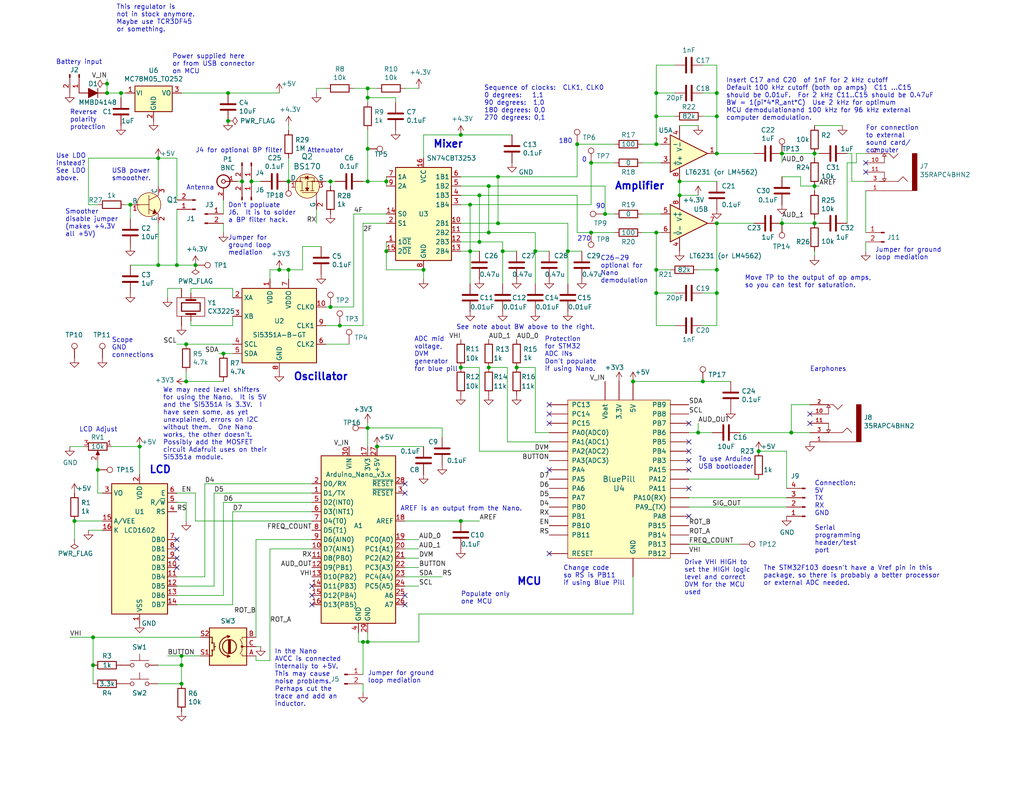
<source format=kicad_sch>
(kicad_sch (version 20211123) (generator eeschema)
  (paper "A")
  (title_block (title "muSDRx Receiver") (date "2021-03-08") (rev "0.11") (company "Rob Frohne, KL7NA") (comment 1 "After µSDX: thanks to Guido, PE1NNZ"))
  (junction (at 128.27 55.88))
  (junction (at 137.16 68.58))
  (junction (at 102.87 121.92))
  (junction (at 92.71 88.9))
  (junction (at 179.07 63.5))
  (junction (at 105.41 68.58))
  (junction (at 100.33 24.13))
  (junction (at 66.04 49.53))
  (junction (at 100.33 26.67))
  (junction (at 43.18 72.39))
  (junction (at 185.42 53.34))
  (junction (at 195.58 25.4))
  (junction (at 62.23 25.4))
  (junction (at 29.21 25.4))
  (junction (at 99.06 175.26))
  (junction (at 179.07 25.4))
  (junction (at 100.33 116.84))
  (junction (at 53.34 72.39))
  (junction (at 161.29 63.5))
  (junction (at 105.41 49.53))
  (junction (at 90.17 83.82))
  (junction (at 20.32 142.24))
  (junction (at 49.53 186.69))
  (junction (at 25.4 181.61))
  (junction (at 161.29 44.45))
  (junction (at 190.5 118.11))
  (junction (at 179.07 39.37))
  (junction (at 185.42 49.53))
  (junction (at 76.2 73.66))
  (junction (at 179.07 80.01))
  (junction (at 133.35 50.8))
  (junction (at 50.8 93.98))
  (junction (at 78.74 73.66))
  (junction (at 125.73 36.83))
  (junction (at 135.89 60.96))
  (junction (at 130.81 53.34))
  (junction (at 195.58 60.96))
  (junction (at 68.58 49.53))
  (junction (at 50.8 104.14))
  (junction (at 195.58 73.66))
  (junction (at 157.48 39.37))
  (junction (at 133.35 100.33))
  (junction (at 133.35 63.5))
  (junction (at 128.27 68.58))
  (junction (at 195.58 80.01))
  (junction (at 207.01 123.19))
  (junction (at 165.1 58.42))
  (junction (at 213.36 41.91))
  (junction (at 222.25 60.96))
  (junction (at 115.57 73.66))
  (junction (at 100.33 175.26))
  (junction (at 25.4 173.99))
  (junction (at 49.53 179.07))
  (junction (at 140.97 100.33))
  (junction (at 191.77 104.14))
  (junction (at 60.96 96.52))
  (junction (at 213.36 60.96))
  (junction (at 179.07 73.66))
  (junction (at 62.23 33.02))
  (junction (at 43.18 43.18))
  (junction (at 33.02 25.4))
  (junction (at 49.53 181.61))
  (junction (at 125.73 100.33))
  (junction (at 195.58 41.91))
  (junction (at 215.9 118.11))
  (junction (at 29.21 22.86))
  (junction (at 135.89 48.26))
  (junction (at 90.17 49.53))
  (junction (at 48.26 72.39))
  (junction (at 38.1 121.92))
  (junction (at 26.67 128.27))
  (junction (at 125.73 142.24))
  (junction (at 195.58 31.75))
  (junction (at 222.25 50.8))
  (junction (at 35.56 55.88))
  (junction (at 130.81 66.04))
  (junction (at 179.07 31.75))
  (junction (at 154.94 68.58))
  (junction (at 100.33 40.64))
  (junction (at 222.25 41.91))
  (junction (at 78.74 49.53))
  (junction (at 172.72 104.14))
  (junction (at 100.33 49.53))
  (junction (at 146.05 68.58))
  (no_connect (at 48.26 149.86))
  (no_connect (at 187.96 123.19))
  (no_connect (at 149.86 151.13))
  (no_connect (at 187.96 140.97))
  (no_connect (at 236.22 46.99))
  (no_connect (at 110.49 162.56))
  (no_connect (at 110.49 165.1))
  (no_connect (at 85.09 165.1))
  (no_connect (at 187.96 128.27))
  (no_connect (at 220.98 115.57))
  (no_connect (at 149.86 113.03))
  (no_connect (at 149.86 110.49))
  (no_connect (at 149.86 128.27))
  (no_connect (at 187.96 120.65))
  (no_connect (at 48.26 147.32))
  (no_connect (at 48.26 154.94))
  (no_connect (at 220.98 113.03))
  (no_connect (at 85.09 160.02))
  (no_connect (at 149.86 115.57))
  (no_connect (at 236.22 44.45))
  (no_connect (at 110.49 132.08))
  (no_connect (at 85.09 162.56))
  (no_connect (at 187.96 133.35))
  (no_connect (at 48.26 152.4))
  (no_connect (at 110.49 134.62))
  (no_connect (at 187.96 115.57))
  (no_connect (at 187.96 125.73))
  (wire (pts (xy 97.79 172.72) (xy 97.79 175.26)))
  (wire (pts (xy 78.74 73.66) (xy 76.2 73.66)))
  (wire (pts (xy 185.42 49.53) (xy 185.42 53.34)))
  (wire (pts (xy 130.81 53.34) (xy 125.73 53.34)))
  (wire (pts (xy 222.25 52.07) (xy 222.25 50.8)))
  (wire (pts (xy 86.36 24.13) (xy 86.36 25.4)))
  (wire (pts (xy 73.66 73.66) (xy 76.2 73.66)))
  (wire (pts (xy 27.94 142.24) (xy 20.32 142.24)))
  (wire (pts (xy 92.71 88.9) (xy 99.06 88.9)))
  (wire (pts (xy 26.67 55.88) (xy 24.13 55.88)))
  (wire (pts (xy 191.77 88.9) (xy 195.58 88.9)))
  (wire (pts (xy 24.13 43.18) (xy 43.18 43.18)))
  (wire (pts (xy 185.42 34.29) (xy 190.5 34.29)))
  (wire (pts (xy 201.93 118.11) (xy 215.9 118.11)))
  (wire (pts (xy 52.07 87.63) (xy 52.07 88.9)))
  (wire (pts (xy 48.26 57.15) (xy 48.26 72.39)))
  (wire (pts (xy 27.94 144.78) (xy 24.13 144.78)))
  (wire (pts (xy 161.29 55.88) (xy 161.29 44.45)))
  (wire (pts (xy 49.53 25.4) (xy 62.23 25.4)))
  (wire (pts (xy 191.77 25.4) (xy 195.58 25.4)))
  (wire (pts (xy 45.72 179.07) (xy 49.53 179.07)))
  (wire (pts (xy 137.16 68.58) (xy 140.97 68.58)))
  (wire (pts (xy 35.56 55.88) (xy 34.29 55.88)))
  (wire (pts (xy 115.57 36.83) (xy 125.73 36.83)))
  (wire (pts (xy 48.26 72.39) (xy 53.34 72.39)))
  (wire (pts (xy 73.66 73.66) (xy 73.66 76.2)))
  (wire (pts (xy 157.48 63.5) (xy 161.29 63.5)))
  (wire (pts (xy 19.05 173.99) (xy 25.4 173.99)))
  (wire (pts (xy 48.26 157.48) (xy 55.88 157.48)))
  (wire (pts (xy 73.66 149.86) (xy 85.09 149.86)))
  (wire (pts (xy 33.02 25.4) (xy 29.21 25.4)))
  (wire (pts (xy 73.66 149.86) (xy 73.66 180.34)))
  (wire (pts (xy 60.96 96.52) (xy 63.5 96.52)))
  (wire (pts (xy 161.29 63.5) (xy 167.64 63.5)))
  (wire (pts (xy 63.5 78.74) (xy 63.5 81.28)))
  (wire (pts (xy 27.94 134.62) (xy 26.67 134.62)))
  (wire (pts (xy 146.05 68.58) (xy 149.86 68.58)))
  (wire (pts (xy 100.33 35.56) (xy 100.33 40.64)))
  (wire (pts (xy 231.14 41.91) (xy 232.41 41.91)))
  (wire (pts (xy 190.5 118.11) (xy 194.31 118.11)))
  (wire (pts (xy 114.3 167.64) (xy 172.72 167.64)))
  (wire (pts (xy 62.23 25.4) (xy 76.2 25.4)))
  (wire (pts (xy 29.21 22.86) (xy 29.21 25.4)))
  (wire (pts (xy 48.26 160.02) (xy 58.42 160.02)))
  (wire (pts (xy 100.33 40.64) (xy 100.33 49.53)))
  (wire (pts (xy 90.17 83.82) (xy 96.52 83.82)))
  (wire (pts (xy 43.18 72.39) (xy 48.26 72.39)))
  (wire (pts (xy 137.16 77.47) (xy 137.16 68.58)))
  (wire (pts (xy 233.68 44.45) (xy 233.68 41.91)))
  (wire (pts (xy 60.96 137.16) (xy 85.09 137.16)))
  (wire (pts (xy 53.34 134.62) (xy 48.26 134.62)))
  (wire (pts (xy 99.06 60.96) (xy 105.41 60.96)))
  (wire (pts (xy 195.58 80.01) (xy 195.58 88.9)))
  (wire (pts (xy 114.3 149.86) (xy 110.49 149.86)))
  (wire (pts (xy 220.98 110.49) (xy 215.9 110.49)))
  (wire (pts (xy 213.36 44.45) (xy 213.36 41.91)))
  (wire (pts (xy 187.96 138.43) (xy 214.63 138.43)))
  (wire (pts (xy 99.06 175.26) (xy 99.06 184.15)))
  (wire (pts (xy 125.73 142.24) (xy 130.81 142.24)))
  (wire (pts (xy 184.15 25.4) (xy 179.07 25.4)))
  (wire (pts (xy 69.85 176.53) (xy 71.12 176.53)))
  (wire (pts (xy 195.58 60.96) (xy 205.74 60.96)))
  (wire (pts (xy 105.41 50.8) (xy 105.41 49.53)))
  (wire (pts (xy 99.06 186.69) (xy 99.06 189.23)))
  (wire (pts (xy 107.95 26.67) (xy 100.33 26.67)))
  (wire (pts (xy 100.33 49.53) (xy 105.41 49.53)))
  (wire (pts (xy 128.27 55.88) (xy 128.27 68.58)))
  (wire (pts (xy 25.4 181.61) (xy 25.4 186.69)))
  (wire (pts (xy 232.41 49.53) (xy 236.22 49.53)))
  (wire (pts (xy 88.9 93.98) (xy 95.25 93.98)))
  (wire (pts (xy 184.15 80.01) (xy 179.07 80.01)))
  (wire (pts (xy 133.35 100.33) (xy 138.43 100.33)))
  (wire (pts (xy 215.9 110.49) (xy 215.9 118.11)))
  (wire (pts (xy 222.25 41.91) (xy 223.52 41.91)))
  (wire (pts (xy 105.41 73.66) (xy 115.57 73.66)))
  (wire (pts (xy 100.33 116.84) (xy 100.33 121.92)))
  (wire (pts (xy 91.44 49.53) (xy 90.17 49.53)))
  (wire (pts (xy 222.25 41.91) (xy 222.25 43.18)))
  (wire (pts (xy 100.33 24.13) (xy 96.52 24.13)))
  (wire (pts (xy 125.73 100.33) (xy 130.81 100.33)))
  (wire (pts (xy 218.44 48.26) (xy 213.36 48.26)))
  (wire (pts (xy 137.16 68.58) (xy 137.16 66.04)))
  (wire (pts (xy 167.64 58.42) (xy 165.1 58.42)))
  (wire (pts (xy 135.89 60.96) (xy 135.89 48.26)))
  (wire (pts (xy 179.07 63.5) (xy 180.34 63.5)))
  (wire (pts (xy 146.05 63.5) (xy 146.05 68.58)))
  (wire (pts (xy 26.67 128.27) (xy 26.67 134.62)))
  (wire (pts (xy 59.69 96.52) (xy 60.96 96.52)))
  (wire (pts (xy 172.72 157.48) (xy 172.72 167.64)))
  (wire (pts (xy 165.1 58.42) (xy 165.1 50.8)))
  (wire (pts (xy 215.9 118.11) (xy 220.98 118.11)))
  (wire (pts (xy 135.89 48.26) (xy 125.73 48.26)))
  (wire (pts (xy 128.27 55.88) (xy 161.29 55.88)))
  (wire (pts (xy 190.5 53.34) (xy 185.42 53.34)))
  (wire (pts (xy 179.07 73.66) (xy 182.88 73.66)))
  (wire (pts (xy 180.34 39.37) (xy 179.07 39.37)))
  (wire (pts (xy 157.48 39.37) (xy 167.64 39.37)))
  (wire (pts (xy 50.8 101.6) (xy 50.8 104.14)))
  (wire (pts (xy 45.72 81.28) (xy 45.72 78.74)))
  (wire (pts (xy 52.07 88.9) (xy 63.5 88.9)))
  (wire (pts (xy 102.87 121.92) (xy 115.57 121.92)))
  (wire (pts (xy 86.36 60.96) (xy 86.36 57.15)))
  (wire (pts (xy 88.9 49.53) (xy 90.17 49.53)))
  (wire (pts (xy 187.96 148.59) (xy 201.93 148.59)))
  (wire (pts (xy 120.65 116.84) (xy 100.33 116.84)))
  (wire (pts (xy 120.65 119.38) (xy 120.65 116.84)))
  (wire (pts (xy 48.26 165.1) (xy 63.5 165.1)))
  (wire (pts (xy 48.26 162.56) (xy 60.96 162.56)))
  (wire (pts (xy 195.58 31.75) (xy 195.58 41.91)))
  (wire (pts (xy 146.05 68.58) (xy 146.05 77.47)))
  (wire (pts (xy 233.68 41.91) (xy 236.22 41.91)))
  (wire (pts (xy 24.13 43.18) (xy 24.13 55.88)))
  (wire (pts (xy 139.7 36.83) (xy 125.73 36.83)))
  (wire (pts (xy 130.81 66.04) (xy 130.81 53.34)))
  (wire (pts (xy 231.14 44.45) (xy 233.68 44.45)))
  (wire (pts (xy 54.61 179.07) (xy 49.53 179.07)))
  (wire (pts (xy 128.27 68.58) (xy 130.81 68.58)))
  (wire (pts (xy 218.44 50.8) (xy 218.44 48.26)))
  (wire (pts (xy 179.07 63.5) (xy 179.07 73.66)))
  (wire (pts (xy 114.3 175.26) (xy 114.3 167.64)))
  (wire (pts (xy 71.12 49.53) (xy 68.58 49.53)))
  (wire (pts (xy 236.22 52.07) (xy 236.22 63.5)))
  (wire (pts (xy 52.07 80.01) (xy 52.07 78.74)))
  (wire (pts (xy 33.02 26.67) (xy 33.02 25.4)))
  (wire (pts (xy 133.35 63.5) (xy 125.73 63.5)))
  (wire (pts (xy 100.33 27.94) (xy 100.33 26.67)))
  (wire (pts (xy 97.79 175.26) (xy 99.06 175.26)))
  (wire (pts (xy 179.07 17.78) (xy 184.15 17.78)))
  (wire (pts (xy 191.77 31.75) (xy 195.58 31.75)))
  (wire (pts (xy 63.5 139.7) (xy 85.09 139.7)))
  (wire (pts (xy 125.73 50.8) (xy 133.35 50.8)))
  (wire (pts (xy 175.26 63.5) (xy 179.07 63.5)))
  (wire (pts (xy 115.57 73.66) (xy 115.57 76.2)))
  (wire (pts (xy 214.63 135.89) (xy 187.96 135.89)))
  (wire (pts (xy 58.42 134.62) (xy 85.09 134.62)))
  (wire (pts (xy 138.43 100.33) (xy 138.43 120.65)))
  (wire (pts (xy 78.74 34.29) (xy 78.74 35.56)))
  (wire (pts (xy 222.25 59.69) (xy 222.25 60.96)))
  (wire (pts (xy 231.14 44.45) (xy 231.14 60.96)))
  (wire (pts (xy 55.88 157.48) (xy 55.88 132.08)))
  (wire (pts (xy 154.94 68.58) (xy 154.94 77.47)))
  (wire (pts (xy 114.3 160.02) (xy 110.49 160.02)))
  (wire (pts (xy 195.58 73.66) (xy 195.58 60.96)))
  (wire (pts (xy 232.41 41.91) (xy 232.41 49.53)))
  (wire (pts (xy 85.09 142.24) (xy 53.34 142.24)))
  (wire (pts (xy 35.56 72.39) (xy 43.18 72.39)))
  (wire (pts (xy 50.8 93.98) (xy 63.5 93.98)))
  (wire (pts (xy 52.07 78.74) (xy 63.5 78.74)))
  (wire (pts (xy 195.58 73.66) (xy 195.58 80.01)))
  (wire (pts (xy 157.48 53.34) (xy 157.48 63.5)))
  (wire (pts (xy 105.41 68.58) (xy 105.41 73.66)))
  (wire (pts (xy 69.85 147.32) (xy 85.09 147.32)))
  (wire (pts (xy 190.5 115.57) (xy 190.5 118.11)))
  (wire (pts (xy 179.07 39.37) (xy 179.07 31.75)))
  (wire (pts (xy 213.36 41.91) (xy 222.25 41.91)))
  (wire (pts (xy 223.52 60.96) (xy 222.25 60.96)))
  (wire (pts (xy 107.95 27.94) (xy 107.95 26.67)))
  (wire (pts (xy 100.33 175.26) (xy 114.3 175.26)))
  (wire (pts (xy 49.53 181.61) (xy 49.53 179.07)))
  (wire (pts (xy 25.4 173.99) (xy 25.4 181.61)))
  (wire (pts (xy 29.21 21.59) (xy 29.21 22.86)))
  (wire (pts (xy 82.55 73.66) (xy 82.55 67.31)))
  (wire (pts (xy 50.8 137.16) (xy 48.26 137.16)))
  (wire (pts (xy 135.89 60.96) (xy 154.94 60.96)))
  (wire (pts (xy 96.52 83.82) (xy 96.52 58.42)))
  (wire (pts (xy 82.55 67.31) (xy 87.63 67.31)))
  (wire (pts (xy 195.58 17.78) (xy 195.58 25.4)))
  (wire (pts (xy 133.35 63.5) (xy 146.05 63.5)))
  (wire (pts (xy 53.34 142.24) (xy 53.34 134.62)))
  (wire (pts (xy 38.1 129.54) (xy 38.1 121.92)))
  (wire (pts (xy 179.07 80.01) (xy 179.07 88.9)))
  (wire (pts (xy 195.58 17.78) (xy 191.77 17.78)))
  (wire (pts (xy 179.07 25.4) (xy 179.07 17.78)))
  (wire (pts (xy 187.96 118.11) (xy 190.5 118.11)))
  (wire (pts (xy 130.81 53.34) (xy 157.48 53.34)))
  (wire (pts (xy 73.66 180.34) (xy 69.85 180.34)))
  (wire (pts (xy 50.8 142.24) (xy 50.8 137.16)))
  (wire (pts (xy 100.33 26.67) (xy 100.33 24.13)))
  (wire (pts (xy 66.04 49.53) (xy 64.77 49.53)))
  (wire (pts (xy 58.42 160.02) (xy 58.42 134.62)))
  (wire (pts (xy 50.8 104.14) (xy 60.96 104.14)))
  (wire (pts (xy 54.61 173.99) (xy 25.4 173.99)))
  (wire (pts (xy 88.9 83.82) (xy 90.17 83.82)))
  (wire (pts (xy 78.74 76.2) (xy 78.74 73.66)))
  (wire (pts (xy 60.96 60.96) (xy 60.96 63.5)))
  (wire (pts (xy 26.67 125.73) (xy 26.67 128.27)))
  (wire (pts (xy 34.29 25.4) (xy 33.02 25.4)))
  (wire (pts (xy 213.36 59.69) (xy 213.36 60.96)))
  (wire (pts (xy 43.18 50.8) (xy 43.18 43.18)))
  (wire (pts (xy 96.52 58.42) (xy 105.41 58.42)))
  (wire (pts (xy 43.18 60.96) (xy 43.18 72.39)))
  (wire (pts (xy 222.25 50.8) (xy 223.52 50.8)))
  (wire (pts (xy 110.49 24.13) (xy 114.3 24.13)))
  (wire (pts (xy 19.05 121.92) (xy 22.86 121.92)))
  (wire (pts (xy 214.63 123.19) (xy 207.01 123.19)))
  (wire (pts (xy 90.17 49.53) (xy 90.17 50.8)))
  (wire (pts (xy 114.3 154.94) (xy 110.49 154.94)))
  (wire (pts (xy 105.41 66.04) (xy 105.41 68.58)))
  (wire (pts (xy 114.3 147.32) (xy 110.49 147.32)))
  (wire (pts (xy 195.58 25.4) (xy 195.58 31.75)))
  (wire (pts (xy 125.73 55.88) (xy 128.27 55.88)))
  (wire (pts (xy 99.06 49.53) (xy 100.33 49.53)))
  (wire (pts (xy 172.72 104.14) (xy 191.77 104.14)))
  (wire (pts (xy 69.85 173.99) (xy 69.85 147.32)))
  (wire (pts (xy 146.05 118.11) (xy 149.86 118.11)))
  (wire (pts (xy 100.33 175.26) (xy 100.33 172.72)))
  (wire (pts (xy 60.96 54.61) (xy 60.96 58.42)))
  (wire (pts (xy 110.49 157.48) (xy 120.65 157.48)))
  (wire (pts (xy 161.29 44.45) (xy 167.64 44.45)))
  (wire (pts (xy 110.49 142.24) (xy 125.73 142.24)))
  (wire (pts (xy 180.34 58.42) (xy 175.26 58.42)))
  (wire (pts (xy 99.06 88.9) (xy 99.06 60.96)))
  (wire (pts (xy 100.33 116.84) (xy 100.33 115.57)))
  (wire (pts (xy 179.07 88.9) (xy 184.15 88.9)))
  (wire (pts (xy 179.07 31.75) (xy 179.07 25.4)))
  (wire (pts (xy 99.06 175.26) (xy 100.33 175.26)))
  (wire (pts (xy 88.9 88.9) (xy 92.71 88.9)))
  (wire (pts (xy 48.26 43.18) (xy 43.18 43.18)))
  (wire (pts (xy 43.18 181.61) (xy 49.53 181.61)))
  (wire (pts (xy 35.56 55.88) (xy 35.56 59.69)))
  (wire (pts (xy 154.94 60.96) (xy 154.94 68.58)))
  (wire (pts (xy 207.01 130.81) (xy 187.96 130.81)))
  (wire (pts (xy 78.74 43.18) (xy 78.74 49.53)))
  (wire (pts (xy 63.5 88.9) (xy 63.5 86.36)))
  (wire (pts (xy 179.07 73.66) (xy 179.07 80.01)))
  (wire (pts (xy 30.48 121.92) (xy 38.1 121.92)))
  (wire (pts (xy 50.8 93.98) (xy 48.26 93.98)))
  (wire (pts (xy 115.57 43.18) (xy 115.57 36.83)))
  (wire (pts (xy 222.25 68.58) (xy 222.25 69.85)))
  (wire (pts (xy 60.96 162.56) (xy 60.96 137.16)))
  (wire (pts (xy 49.53 186.69) (xy 49.53 181.61)))
  (wire (pts (xy 179.07 31.75) (xy 184.15 31.75)))
  (wire (pts (xy 179.07 39.37) (xy 175.26 39.37)))
  (wire (pts (xy 102.87 24.13) (xy 100.33 24.13)))
  (wire (pts (xy 140.97 100.33) (xy 146.05 100.33)))
  (wire (pts (xy 20.32 147.32) (xy 20.32 142.24)))
  (wire (pts (xy 114.3 152.4) (xy 110.49 152.4)))
  (wire (pts (xy 180.34 44.45) (xy 175.26 44.45)))
  (wire (pts (xy 236.22 66.04) (xy 236.22 68.58)))
  (wire (pts (xy 55.88 132.08) (xy 85.09 132.08)))
  (wire (pts (xy 48.26 54.61) (xy 48.26 43.18)))
  (wire (pts (xy 146.05 100.33) (xy 146.05 118.11)))
  (wire (pts (xy 191.77 80.01) (xy 195.58 80.01)))
  (wire (pts (xy 157.48 48.26) (xy 135.89 48.26)))
  (wire (pts (xy 130.81 100.33) (xy 130.81 123.19)))
  (wire (pts (xy 45.72 78.74) (xy 49.53 78.74)))
  (wire (pts (xy 125.73 60.96) (xy 135.89 60.96)))
  (wire (pts (xy 125.73 66.04) (xy 130.81 66.04)))
  (wire (pts (xy 125.73 68.58) (xy 128.27 68.58)))
  (wire (pts (xy 133.35 50.8) (xy 133.35 63.5)))
  (wire (pts (xy 154.94 68.58) (xy 158.75 68.58)))
  (wire (pts (xy 49.53 186.69) (xy 43.18 186.69)))
  (wire (pts (xy 213.36 60.96) (xy 222.25 60.96)))
  (wire (pts (xy 78.74 73.66) (xy 82.55 73.66)))
  (wire (pts (xy 190.5 73.66) (xy 195.58 73.66)))
  (wire (pts (xy 63.5 165.1) (xy 63.5 139.7)))
  (wire (pts (xy 105.41 49.53) (xy 105.41 48.26)))
  (wire (pts (xy 157.48 48.26) (xy 157.48 39.37)))
  (wire (pts (xy 138.43 120.65) (xy 149.86 120.65)))
  (wire (pts (xy 222.25 50.8) (xy 218.44 50.8)))
  (wire (pts (xy 88.9 24.13) (xy 86.36 24.13)))
  (wire (pts (xy 165.1 50.8) (xy 133.35 50.8)))
  (wire (pts (xy 214.63 133.35) (xy 214.63 123.19)))
  (wire (pts (xy 191.77 104.14) (xy 199.39 104.14)))
  (wire (pts (xy 195.58 49.53) (xy 185.42 49.53)))
  (wire (pts (xy 128.27 68.58) (xy 128.27 77.47)))
  (wire (pts (xy 229.87 34.29) (xy 222.25 34.29)))
  (wire (pts (xy 69.85 180.34) (xy 69.85 179.07)))
  (wire (pts (xy 137.16 66.04) (xy 130.81 66.04)))
  (wire (pts (xy 130.81 123.19) (xy 149.86 123.19)))
  (wire (pts (xy 195.58 41.91) (xy 205.74 41.91)))
  (text "Power supplied here\nor from USB connector\non MCU" (at 46.99 20.32 0) (effects (font (size 1.27 1.27)) (justify left bottom)))
  (text "Jumper for ground \nloop mediation" (at 100.33 186.69 0) (effects (font (size 1.27 1.27)) (justify left bottom)))
  (text "Reverse\npolarity\nprotection" (at 19.05 35.56 0) (effects (font (size 1.27 1.27)) (justify left bottom)))
  (text "J4 for optional BP filter" (at 53.34 41.91 0) (effects (font (size 1.27 1.27)) (justify left bottom)))
  (text "Scope \nGND\nconnections" (at 30.48 97.79 0) (effects (font (size 1.27 1.27)) (justify left bottom)))
  (text "Earphones" (at 220.98 101.6 0) (effects (font (size 1.27 1.27)) (justify left bottom)))
  (text "0" (at 158.75 44.45 0) (effects (font (size 1.27 1.27)) (justify left bottom)))
  (text "ADC mid\nvoltage,\nDVM\ngenerator\nfor blue pill" (at 113.03 101.6 0) (effects (font (size 1.27 1.27)) (justify left bottom)))
  (text "180\n" (at 152.4 39.37 0) (effects (font (size 1.27 1.27)) (justify left bottom)))
  (text "Populate only\none MCU" (at 125.73 165.1 0) (effects (font (size 1.27 1.27)) (justify left bottom)))
  (text "Serial\nprogramming\nheader/test\nport" (at 222.25 151.13 0) (effects (font (size 1.27 1.27)) (justify left bottom)))
  (text "C26-29 \noptional for \nNano\ndemodulation" (at 163.83 77.47 0) (effects (font (size 1.27 1.27)) (justify left bottom)))
  (text "Attenuator" (at 83.82 41.91 0) (effects (font (size 1.27 1.27)) (justify left bottom)))
  (text "Don't popluate\nJ6.  It is to solder\na BP filter hack." (at 62.23 60.96 0) (effects (font (size 1.27 1.27)) (justify left bottom)))
  (text "Mixer" (at 118.11 40.64 0) (effects (font (size 2.0066 2.0066) (thickness 0.4013) bold) (justify left bottom)))
  (text "Battery input" (at 15.24 17.78 0) (effects (font (size 1.27 1.27)) (justify left bottom)))
  (text "Amplifier" (at 167.64 52.07 0) (effects (font (size 2.0066 2.0066) (thickness 0.4013) bold) (justify left bottom)))
  (text "270" (at 157.48 66.04 0) (effects (font (size 1.27 1.27)) (justify left bottom)))
  (text "Jumper for \nground loop \nmediation" (at 62.23 69.85 0) (effects (font (size 1.27 1.27)) (justify left bottom)))
  (text "USB power\nsmooother." (at 30.48 49.53 0) (effects (font (size 1.27 1.27)) (justify left bottom)))
  (text "Change code \nso RS is PB11 \nif using Blue Pill" (at 153.67 160.02 0) (effects (font (size 1.27 1.27)) (justify left bottom)))
  (text "Sequence of clocks:  CLK1, CLK0\n0 degrees:   1,1\n90 degrees:  1,0\n180 degrees: 0,0\n270 degrees: 0,1" (at 132.08 33.02 0) (effects (font (size 1.27 1.27)) (justify left bottom)))
  (text "Use LDO\ninstead?\nSee LDO\nabove." (at 15.24 49.53 0) (effects (font (size 1.27 1.27)) (justify left bottom)))
  (text "Antenna" (at 50.8 52.07 0) (effects (font (size 1.27 1.27)) (justify left bottom)))
  (text "For connection\nto external \nsound card/\ncomputer" (at 236.22 41.91 0) (effects (font (size 1.27 1.27)) (justify left bottom)))
  (text "See note about BW above to the right." (at 124.46 90.17 0) (effects (font (size 1.27 1.27)) (justify left bottom)))
  (text "Jumper for ground \nloop mediation" (at 238.76 71.12 0) (effects (font (size 1.27 1.27)) (justify left bottom)))
  (text "This regulator is\nnot in stock anymore.\nMaybe use TCR3DF45\nor something." (at 31.75 8.89 0) (effects (font (size 1.27 1.27)) (justify left bottom)))
  (text "Move TP to the output of op amps,\nso you can test for saturation." (at 203.2 78.74 0) (effects (font (size 1.27 1.27)) (justify left bottom)))
  (text "LCD" (at 40.64 129.54 0) (effects (font (size 2.0066 2.0066) (thickness 0.4013) bold) (justify left bottom)))
  (text "In the Nano\nAVCC is connected \ninternally to +5V.  \nThis may cause\nnoise problems.\nPerhaps cut the \ntrace and add an\ninductor." (at 74.93 193.04 0) (effects (font (size 1.27 1.27)) (justify left bottom)))
  (text "To use Arduino\nUSB bootloader" (at 190.5 128.27 0) (effects (font (size 1.27 1.27)) (justify left bottom)))
  (text "Smoother\ndisable jumper\n(makes +4.3V \nall +5V)" (at 17.78 64.77 0) (effects (font (size 1.27 1.27)) (justify left bottom)))
  (text "The STM32F103 doesn't have a Vref pin in this \npackage, so there is probably a better processor\nor external ADC needed." (at 208.28 160.02 0) (effects (font (size 1.27 1.27)) (justify left bottom)))
  (text "Protection\nfor STM32\nADC INs\nDon't populate \nif using Nano." (at 148.59 101.6 0) (effects (font (size 1.27 1.27)) (justify left bottom)))
  (text "AREF is an output from the Nano." (at 109.22 139.7 0) (effects (font (size 1.27 1.27)) (justify left bottom)))
  (text "Insert C17 and C20  of 1nF for 2 kHz cutoff\nDefault 100 kHz cutoff (both op amps)  C11 ...C15\nshould be 0.01uF.  For 2 kHz C11..C15 should be 0.47uF\nBW = 1(pi*4*R_ant*C)  Use 2 kHz for optimum \nMCU demodulationand 100 kHz for 96 kHz external\ncomputer demodulation." (at 198.12 33.02 0) (effects (font (size 1.27 1.27)) (justify left bottom)))
  (text "MCU" (at 140.97 160.02 0) (effects (font (size 2.0066 2.0066) (thickness 0.4013) bold) (justify left bottom)))
  (text "Oscillator" (at 80.01 104.14 0) (effects (font (size 2.0066 2.0066) (thickness 0.4013) bold) (justify left bottom)))
  (text "90" (at 162.56 57.15 0) (effects (font (size 1.27 1.27)) (justify left bottom)))
  (text "Drive VHI HIGH to \nset the HIGH logic\nlevel and correct\nDVM for the MCU\nused" (at 186.69 162.56 0) (effects (font (size 1.27 1.27)) (justify left bottom)))
  (text "We may need level shifters \nfor using the Nano.  It is 5V \nand the Si5351A is 3.3V.  I \nhave seen some, as yet \nunexplained, errors on I2C \nwithout them.  One Nano\nworks, the other doesn't.\nPossibly add the MOSFET\ncircuit Adafruit uses on their\nSi5351a module." (at 44.45 125.73 0) (effects (font (size 1.27 1.27)) (justify left bottom)))
  (text "LCD Adjust" (at 21.59 118.11 0) (effects (font (size 1.27 1.27)) (justify left bottom)))
  (text "Connection:\n5V\nTX\nRX\nGND" (at 222.25 140.97 0) (effects (font (size 1.27 1.27)) (justify left bottom)))
  (label "V_IN" (at 165.1 104.14 180))
  (label "SDA" (at 114.3 157.48 0))
  (label "V_IN" (at 95.25 121.92 180))
  (label "RX" (at 85.09 152.4 180))
  (label "AUD_1" (at 114.3 149.86 0))
  (label "D6" (at 60.96 137.16 0))
  (label "SDA" (at 59.69 96.52 180))
  (label "D6" (at 149.86 133.35 180))
  (label "EN" (at 149.86 143.51 180))
  (label "VHI" (at 19.05 173.99 0))
  (label "RS" (at 48.26 139.7 0))
  (label "D5" (at 149.86 135.89 180))
  (label "SCL" (at 187.96 113.03 0))
  (label "2F" (at 99.06 63.5 0))
  (label "SCL" (at 48.26 93.98 180))
  (label "FREQ_COUNT" (at 85.09 144.78 180))
  (label "BUTTON" (at 45.72 179.07 0))
  (label "RS" (at 149.86 146.05 180))
  (label "AUD_OUT" (at 85.09 154.94 180))
  (label "ROT_A" (at 187.96 146.05 0))
  (label "AUD_OUT" (at 190.5 115.57 0))
  (label "AUD_1" (at 133.35 92.71 0))
  (label "D7" (at 149.86 130.81 180))
  (label "VHI" (at 187.96 151.13 0))
  (label "VHI" (at 85.09 157.48 180))
  (label "V_IN" (at 29.21 21.59 180))
  (label "D5" (at 58.42 134.62 0))
  (label "VHI" (at 125.73 92.71 180))
  (label "EN" (at 49.53 134.62 0))
  (label "ROT_A" (at 73.66 170.18 0))
  (label "FREQ_COUNT" (at 187.96 148.59 0))
  (label "AUD_0" (at 213.36 44.45 0))
  (label "SCL" (at 114.3 160.02 0))
  (label "RX" (at 149.86 140.97 180))
  (label "AREF" (at 223.52 50.8 0))
  (label "DVM" (at 114.3 152.4 0))
  (label "4F" (at 96.52 58.42 0))
  (label "AUD_0" (at 114.3 147.32 0))
  (label "RX" (at 86.36 60.96 180))
  (label "SDA" (at 187.96 110.49 0))
  (label "AUD_0" (at 140.97 92.71 0))
  (label "SIG_OUT" (at 194.31 138.43 0))
  (label "DVM" (at 149.86 123.19 180))
  (label "ROT_B" (at 69.85 167.64 180))
  (label "D4" (at 149.86 138.43 180))
  (label "BUTTON" (at 114.3 154.94 0))
  (label "BUTTON" (at 149.86 125.73 180))
  (label "D4" (at 55.88 132.08 0))
  (label "AUD_1" (at 213.36 59.69 0))
  (label "RS" (at 120.65 157.48 0))
  (label "D7" (at 63.5 139.7 0))
  (label "ROT_B" (at 187.96 143.51 0))
  (label "AREF" (at 130.81 142.24 0))
  (symbol (lib_id "muSDRx-rescue:BNC-lt6231") (at 60.96 49.53 0) (mirror y) (unit 1)
    (property "Reference" "P1" (at 62.1284 43.4848 0))
    (property "Value" "BNC" (at 62.1284 45.7962 0))
    (property "Footprint" "Connectors_TE-Connectivity:BNC_Socket_TYCO-AMP_LargePads" (effects hide))
  )
  (symbol (lib_id "muSDRx-rescue:Conn_01x02_Male-Connector") (at 55.88 58.42 0) (unit 1)
    (property "Reference" "J3" (at 57.15 55.88 0))
    (property "Value" "Conn_01x02_Male" (effects hide))
    (property "Footprint" "Pin_Headers:Pin_Header_Straight_1x02_Pitch2.54mm" (effects hide))
  )
  (symbol (lib_id "power:GND") (at 60.96 63.5 0) (unit 1)
    (property "Reference" "#PWR020" (effects hide))
    (property "Value" "GND" (effects hide))
  )
  (symbol (lib_id "Device:C") (at 95.25 49.53 270) (unit 1)
    (property "Reference" "C6" (at 95.25 43.1292 90))
    (property "Value" "0.1uF" (at 95.25 45.4406 90))
    (property "Footprint" "Capacitors_SMD:C_0805" (effects hide))
  )
  (symbol (lib_id "Analog_Switch:SN74CBT3253") (at 115.57 58.42 0) (unit 1)
    (property "Reference" "U3" (at 115.57 58.42 0))
    (property "Value" "SN74CBT3253" (at 123.19 43.18 0))
    (property "Footprint" "Housings_SOIC:SOIC-16_3.9x9.9mm_Pitch1.27mm" (effects hide))
    (property "Datasheet" "http://www.ti.com/lit/gpn/sn74cbt3253" (effects hide))
  )
  (symbol (lib_id "power:GND") (at 115.57 76.2 0) (unit 1)
    (property "Reference" "#PWR031" (effects hide))
    (property "Value" "GND" (effects hide))
  )
  (symbol (lib_id "Oscillator:Si5351A-B-GT") (at 76.2 88.9 0) (unit 1)
    (property "Reference" "U2" (at 76.2 87.63 0))
    (property "Value" "Si5351A-B-GT" (at 76.2 91.44 0))
    (property "Footprint" "Housings_SSOP:MSOP-10_3x3mm_Pitch0.5mm" (effects hide))
    (property "Datasheet" "https://www.silabs.com/documents/public/data-sheets/Si5351-B.pdf" (effects hide))
  )
  (symbol (lib_id "power:+3.3V") (at 76.2 73.66 0) (unit 1)
    (property "Reference" "#PWR021" (effects hide))
    (property "Value" "+3.3V" (at 76.581 69.2658 0))
  )
  (symbol (lib_id "power:GND") (at 76.2 101.6 0) (unit 1)
    (property "Reference" "#PWR022" (effects hide))
    (property "Value" "GND" (effects hide))
  )
  (symbol (lib_id "power:GND") (at 45.72 81.28 0) (unit 1)
    (property "Reference" "#PWR013" (effects hide))
    (property "Value" "GND" (effects hide))
  )
  (symbol (lib_id "power:GND") (at 49.53 88.9 0) (unit 1)
    (property "Reference" "#PWR015" (effects hide))
    (property "Value" "GND" (effects hide))
  )
  (symbol (lib_id "muSDRx-rescue:LT6231-lt6231") (at 187.96 41.91 0) (mirror x) (unit 1)
    (property "Reference" "U5" (at 181.61 35.56 0))
    (property "Value" "LT6231 (or LM4562)" (at 196.85 46.99 0))
    (property "Footprint" "Housings_SOIC:SOIC-8_3.9x4.9mm_Pitch1.27mm" (effects hide))
    (property "Datasheet" "https://www.analog.com/en/products/lt6231.html" (effects hide))
  )
  (symbol (lib_id "muSDRx-rescue:LT6231-lt6231") (at 187.96 60.96 0) (unit 2)
    (property "Reference" "U5" (at 189.23 57.15 0) (effects (justify left)))
    (property "Value" "LT6231 (or LM4562)" (at 187.96 69.85 0) (effects (justify left)))
    (property "Footprint" "Housings_SOIC:SOIC-8_3.9x4.9mm_Pitch1.27mm" (effects hide))
    (property "Datasheet" "https://www.analog.com/en/products/lt6231.html" (effects hide))
  )
  (symbol (lib_id "Device:R") (at 100.33 31.75 0) (unit 1)
    (property "Reference" "R9" (at 102.108 30.5816 0) (effects (justify left)))
    (property "Value" "1k" (at 102.108 32.893 0) (effects (justify left)))
    (property "Footprint" "Resistors_SMD:R_0805" (effects hide))
  )
  (symbol (lib_id "Device:R") (at 92.71 24.13 270) (unit 1)
    (property "Reference" "R8" (at 92.71 18.8722 90))
    (property "Value" "10k" (at 92.71 21.1836 90))
    (property "Footprint" "Resistors_SMD:R_0805" (effects hide))
  )
  (symbol (lib_id "Device:R") (at 106.68 24.13 270) (unit 1)
    (property "Reference" "R10" (at 106.68 18.8722 90))
    (property "Value" "10k" (at 106.68 21.1836 90))
    (property "Footprint" "Resistors_SMD:R_0805" (effects hide))
  )
  (symbol (lib_id "Device:C") (at 107.95 31.75 0) (unit 1)
    (property "Reference" "C7" (at 110.871 30.5816 0) (effects (justify left)))
    (property "Value" "0.1uF" (at 110.871 32.893 0) (effects (justify left)))
    (property "Footprint" "Capacitors_SMD:C_0805" (effects hide))
  )
  (symbol (lib_id "muSDRx-rescue:+4.3V-lt6231") (at 114.3 24.13 0) (unit 1)
    (property "Reference" "#PWR030" (effects hide))
    (property "Value" "+4.3V" (at 114.681 19.7358 0))
  )
  (symbol (lib_id "power:GND") (at 86.36 25.4 0) (unit 1)
    (property "Reference" "#PWR024" (effects hide))
    (property "Value" "GND" (effects hide))
  )
  (symbol (lib_id "power:GND") (at 107.95 35.56 0) (unit 1)
    (property "Reference" "#PWR029" (effects hide))
    (property "Value" "GND" (effects hide))
  )
  (symbol (lib_id "Device:C") (at 128.27 81.28 0) (unit 1)
    (property "Reference" "C11" (at 130.81 81.28 0) (effects (justify left)))
    (property "Value" "0.01uF" (at 128.27 83.82 0) (effects (justify left)))
    (property "Footprint" "Capacitors_SMD:C_0805" (effects hide))
  )
  (symbol (lib_id "power:GND") (at 128.27 85.09 0) (unit 1)
    (property "Reference" "#PWR039" (effects hide))
    (property "Value" "GND" (effects hide))
  )
  (symbol (lib_id "Device:C") (at 137.16 81.28 0) (unit 1)
    (property "Reference" "C12" (at 139.7 81.28 0) (effects (justify left)))
    (property "Value" "0.01uF" (at 137.16 83.82 0) (effects (justify left)))
    (property "Footprint" "Capacitors_SMD:C_0805" (effects hide))
  )
  (symbol (lib_id "power:GND") (at 137.16 85.09 0) (unit 1)
    (property "Reference" "#PWR043" (effects hide))
    (property "Value" "GND" (effects hide))
  )
  (symbol (lib_id "Device:C") (at 146.05 81.28 0) (unit 1)
    (property "Reference" "C14" (at 148.59 81.28 0) (effects (justify left)))
    (property "Value" "0.01uF" (at 146.05 83.82 0) (effects (justify left)))
    (property "Footprint" "Capacitors_SMD:C_0805" (effects hide))
  )
  (symbol (lib_id "power:GND") (at 146.05 85.09 0) (unit 1)
    (property "Reference" "#PWR045" (effects hide))
    (property "Value" "GND" (effects hide))
  )
  (symbol (lib_id "Device:C") (at 154.94 81.28 0) (unit 1)
    (property "Reference" "C15" (at 157.48 81.28 0) (effects (justify left)))
    (property "Value" "0.01uF" (at 154.94 83.82 0) (effects (justify left)))
    (property "Footprint" "Capacitors_SMD:C_0805" (effects hide))
  )
  (symbol (lib_id "power:GND") (at 154.94 85.09 0) (unit 1)
    (property "Reference" "#PWR046" (effects hide))
    (property "Value" "GND" (effects hide))
  )
  (symbol (lib_id "Device:R") (at 187.96 31.75 270) (unit 1)
    (property "Reference" "R22" (at 187.96 29.21 90))
    (property "Value" "82k" (at 187.96 31.75 90))
    (property "Footprint" "Resistors_SMD:R_0805" (effects hide))
  )
  (symbol (lib_id "Device:C") (at 187.96 17.78 270) (unit 1)
    (property "Reference" "C17" (at 191.77 16.51 90))
    (property "Value" "1nF" (at 187.96 13.6906 90))
    (property "Footprint" "Capacitor_SMD:C_0805_2012Metric" (effects hide))
  )
  (symbol (lib_id "power:GND") (at 190.5 34.29 0) (unit 1)
    (property "Reference" "#PWR052" (effects hide))
    (property "Value" "GND" (effects hide))
  )
  (symbol (lib_id "power:GND") (at 185.42 68.58 0) (unit 1)
    (property "Reference" "#PWR051" (effects hide))
    (property "Value" "GND" (effects hide))
  )
  (symbol (lib_id "Device:R") (at 171.45 39.37 270) (unit 1)
    (property "Reference" "R17" (at 171.45 36.83 90))
    (property "Value" "100" (at 171.45 39.37 90))
    (property "Footprint" "Resistors_SMD:R_0805" (effects hide))
  )
  (symbol (lib_id "Device:R") (at 171.45 44.45 270) (unit 1)
    (property "Reference" "R18" (at 171.45 46.99 90))
    (property "Value" "0" (at 171.45 44.45 90))
    (property "Footprint" "Resistors_SMD:R_0805" (effects hide))
  )
  (symbol (lib_id "Device:R") (at 171.45 58.42 270) (unit 1)
    (property "Reference" "R19" (at 171.45 55.88 90))
    (property "Value" "0" (at 171.45 58.42 90))
    (property "Footprint" "Resistors_SMD:R_0805" (effects hide))
  )
  (symbol (lib_id "Device:R") (at 171.45 63.5 270) (unit 1)
    (property "Reference" "R20" (at 171.45 66.04 90))
    (property "Value" "100" (at 171.45 63.5 90))
    (property "Footprint" "Resistors_SMD:R_0805" (effects hide))
  )
  (symbol (lib_id "Device:R") (at 186.69 73.66 270) (mirror x) (unit 1)
    (property "Reference" "R21" (at 181.61 74.93 90))
    (property "Value" "82k" (at 186.69 73.66 90))
    (property "Footprint" "Resistors_SMD:R_0805" (effects hide))
  )
  (symbol (lib_id "Device:C") (at 187.96 88.9 270) (mirror x) (unit 1)
    (property "Reference" "C20" (at 191.77 90.17 90))
    (property "Value" "1nF" (at 187.96 92.71 90))
    (property "Footprint" "Capacitor_SMD:C_0805_2012Metric" (effects hide))
  )
  (symbol (lib_id "Device:C") (at 209.55 41.91 270) (unit 1)
    (property "Reference" "C22" (at 209.55 35.5092 90))
    (property "Value" "1uF" (at 209.55 37.8206 90))
    (property "Footprint" "Capacitors_SMD:C_0805" (effects hide))
  )
  (symbol (lib_id "Device:C") (at 209.55 60.96 270) (unit 1)
    (property "Reference" "C23" (at 205.74 62.23 90))
    (property "Value" "1uF" (at 209.55 64.77 90))
    (property "Footprint" "Capacitors_SMD:C_0805" (effects hide))
  )
  (symbol (lib_id "power:GND") (at 41.91 33.02 0) (unit 1)
    (property "Reference" "#PWR04" (effects hide))
    (property "Value" "GND" (effects hide))
  )
  (symbol (lib_id "muSDRx-rescue:Conn_01x02_Male-Connector") (at 93.98 184.15 0) (unit 1)
    (property "Reference" "J5" (at 91.44 185.42 0))
    (property "Value" "Conn_01x02_Male" (effects hide))
    (property "Footprint" "Pin_Headers:Pin_Header_Straight_1x02_Pitch2.54mm" (effects hide))
  )
  (symbol (lib_id "power:GND") (at 99.06 189.23 0) (unit 1)
    (property "Reference" "#PWR026" (effects hide))
    (property "Value" "GND" (effects hide))
  )
  (symbol (lib_id "power:GND") (at 50.8 142.24 0) (unit 1)
    (property "Reference" "#PWR017" (effects hide))
    (property "Value" "GND" (effects hide))
  )
  (symbol (lib_id "power:GND") (at 38.1 170.18 0) (unit 1)
    (property "Reference" "#PWR011" (effects hide))
    (property "Value" "GND" (at 40.64 170.18 0))
  )
  (symbol (lib_id "power:GND") (at 24.13 144.78 0) (unit 1)
    (property "Reference" "#PWR06" (effects hide))
    (property "Value" "GND" (effects hide))
  )
  (symbol (lib_id "Device:R") (at 20.32 138.43 0) (unit 1)
    (property "Reference" "R1" (at 22.098 137.2616 0) (effects (justify left)))
    (property "Value" "1k" (at 22.098 139.573 0) (effects (justify left)))
    (property "Footprint" "Resistors_SMD:R_0805" (effects hide))
  )
  (symbol (lib_id "muSDRx-rescue:MMBT2222A-TP-dk_Transistors-Bipolar-BJT-Single-muSDR-rescue") (at 40.64 55.88 0) (unit 1)
    (property "Reference" "Q1" (at 45.4152 54.5338 0) (effects (font (size 1.524 1.524)) (justify left)))
    (property "Value" "MMBT2222A-TP" (effects hide))
    (property "Footprint" "digikey-footprints:SOT-23-3" (effects hide))
    (property "Datasheet" "http://www.mccsemi.com/up_pdf/MMBT2222A(SOT-23).pdf" (effects hide))
    (property "Digi-Key_PN" "MMBT2222ATPMSCT-ND" (effects hide))
    (property "MPN" "MMBT2222A-TP" (effects hide))
    (property "Category" "Discrete Semiconductor Products" (effects hide))
    (property "Family" "Transistors - Bipolar (BJT) - Single" (effects hide))
    (property "DK_Datasheet_Link" "http://www.mccsemi.com/up_pdf/MMBT2222A(SOT-23).pdf" (effects hide))
    (property "DK_Detail_Page" "/product-detail/en/micro-commercial-co/MMBT2222A-TP/MMBT2222ATPMSCT-ND/717394" (effects hide))
    (property "Description" "TRANS NPN 40V 0.6A SOT23" (effects hide))
    (property "Manufacturer" "Micro Commercial Co" (effects hide))
    (property "Status" "Active" (effects hide))
  )
  (symbol (lib_id "power:+5V") (at 43.18 43.18 0) (unit 1)
    (property "Reference" "#PWR012" (effects hide))
    (property "Value" "+5V" (at 45.72 41.91 0))
  )
  (symbol (lib_id "Device:C") (at 33.02 30.48 0) (unit 1)
    (property "Reference" "C1" (at 27.94 30.48 0) (effects (justify left)))
    (property "Value" "1uF" (at 33.02 33.02 0) (effects (justify left)))
    (property "Footprint" "Capacitors_SMD:C_0805" (effects hide))
  )
  (symbol (lib_id "power:GND") (at 33.02 34.29 0) (unit 1)
    (property "Reference" "#PWR01" (effects hide))
    (property "Value" "GND" (effects hide))
  )
  (symbol (lib_id "muSDRx-rescue:+4.3V-lt6231") (at 53.34 72.39 0) (unit 1)
    (property "Reference" "#PWR014" (effects hide))
    (property "Value" "+4.3V" (at 53.721 67.9958 0))
  )
  (symbol (lib_id "power:+5V") (at 102.87 121.92 0) (unit 1)
    (property "Reference" "#PWR028" (effects hide))
    (property "Value" "+5V" (at 105.41 119.38 0))
  )
  (symbol (lib_id "power:+3.3V") (at 100.33 115.57 0) (unit 1)
    (property "Reference" "#PWR027" (effects hide))
    (property "Value" "+3.3V" (at 99.06 111.76 0))
  )
  (symbol (lib_id "power:+5V") (at 38.1 121.92 0) (unit 1)
    (property "Reference" "#PWR010" (effects hide))
    (property "Value" "+5V" (at 40.64 120.65 0))
  )
  (symbol (lib_id "power:GND") (at 19.05 121.92 0) (unit 1)
    (property "Reference" "#PWR02" (effects hide))
    (property "Value" "GND" (at 19.177 126.3142 0))
  )
  (symbol (lib_id "power:+5V") (at 20.32 134.62 0) (unit 1)
    (property "Reference" "#PWR03" (effects hide))
    (property "Value" "+5V" (at 22.86 133.35 0))
  )
  (symbol (lib_id "Device:R_POT") (at 26.67 121.92 270) (unit 1)
    (property "Reference" "RV1" (at 26.67 119.38 90))
    (property "Value" "10k" (at 26.67 121.92 90))
    (property "Footprint" "Potentiometers:Potentiometer_Trimmer_ACP_CA6h_Vertical" (effects hide))
  )
  (symbol (lib_id "power:+5V") (at 76.2 25.4 0) (unit 1)
    (property "Reference" "#PWR05" (effects hide))
    (property "Value" "+5V" (at 78.74 22.86 0))
  )
  (symbol (lib_id "muSDRx-rescue:Conn_01x02_Male-Connector") (at 53.34 57.15 180) (unit 1)
    (property "Reference" "J1" (at 52.07 59.69 0))
    (property "Value" "Conn_01x02_Male" (effects hide))
    (property "Footprint" "Pin_Headers:Pin_Header_Straight_1x02_Pitch2.54mm" (effects hide))
  )
  (symbol (lib_id "Display_Character:LCD1602") (at 38.1 149.86 0) (mirror y) (unit 1)
    (property "Reference" "U1" (at 38.1 139.7 0))
    (property "Value" "LCD1602" (at 38.1 144.78 0))
    (property "Footprint" "Pin_Headers:Pin_Header_Straight_1x16_Pitch2.54mm" (effects hide))
    (property "Datasheet" "http://www.vishay.com/docs/37299/37299.pdf" (effects hide))
  )
  (symbol (lib_id "muSDRx-rescue:+4.3V-lt6231") (at 125.73 36.83 0) (unit 1)
    (property "Reference" "#PWR036" (effects hide))
    (property "Value" "+4.3V" (at 126.111 32.4358 0))
  )
  (symbol (lib_id "Device:Rotary_Encoder_Switch") (at 62.23 176.53 180) (unit 1)
    (property "Reference" "SW3" (at 62.23 169.545 0))
    (property "Value" "Rotary_Encoder_Switch" (effects hide))
    (property "Footprint" "SMA:Rotary_Encoder_Switched_PEC11R" (effects hide))
    (property "Datasheet" "https://www.bourns.com/docs/product-datasheets/pec11r.pdf" (effects hide))
  )
  (symbol (lib_id "Regulator_Linear:MC78M05_TO252") (at 41.91 25.4 0) (unit 1)
    (property "Reference" "U6" (at 41.91 19.2532 0))
    (property "Value" "MC78M05_TO252" (at 41.91 21.5646 0))
    (property "Footprint" "TO_SOT_Packages_SMD:TO-252-2" (effects hide))
    (property "Datasheet" "https://www.onsemi.com/pdf/datasheet/mc7800-d.pdf" (effects hide))
  )
  (symbol (lib_id "muSDRx-rescue:Conn_01x02_Male-Connector") (at 241.3 63.5 0) (mirror y) (unit 1)
    (property "Reference" "J11" (at 243.84 64.77 0))
    (property "Value" "Conn_01x02_Male" (effects hide))
    (property "Footprint" "Pin_Headers:Pin_Header_Straight_1x02_Pitch2.54mm" (effects hide))
  )
  (symbol (lib_id "power:GND") (at 236.22 68.58 0) (mirror y) (unit 1)
    (property "Reference" "#PWR059" (effects hide))
    (property "Value" "GND" (effects hide))
  )
  (symbol (lib_id "Device:R") (at 60.96 100.33 0) (unit 1)
    (property "Reference" "R7" (at 62.738 99.1616 0) (effects (justify left)))
    (property "Value" "4.7k" (at 62.738 101.473 0) (effects (justify left)))
    (property "Footprint" "Resistors_SMD:R_0805" (effects hide))
  )
  (symbol (lib_id "Device:R") (at 50.8 97.79 0) (unit 1)
    (property "Reference" "R5" (at 52.578 96.6216 0) (effects (justify left)))
    (property "Value" "4.7k" (at 52.578 98.933 0) (effects (justify left)))
    (property "Footprint" "Resistors_SMD:R_0805" (effects hide))
  )
  (symbol (lib_id "power:+3.3V") (at 50.8 104.14 90) (unit 1)
    (property "Reference" "#PWR016" (effects hide))
    (property "Value" "+3.3V" (at 47.5488 103.759 90) (effects (justify left)))
  )
  (symbol (lib_id "Nano_MCU_Module:Arduino_Nano_v3.x") (at 97.79 147.32 0) (unit 1)
    (property "Reference" "A1" (at 97.79 143.51 0))
    (property "Value" "Arduino_Nano_v3.x" (at 97.79 129.54 0))
    (property "Footprint" "Modules:Arduino_Nano" (effects hide))
    (property "Datasheet" "http://www.mouser.com/pdfdocs/Gravitech_Arduino_Nano3_0.pdf" (effects hide))
  )
  (symbol (lib_id "Device:R") (at 29.21 181.61 270) (unit 1)
    (property "Reference" "R3" (at 29.21 179.07 90))
    (property "Value" "1k" (at 29.21 181.61 90))
    (property "Footprint" "Resistors_SMD:R_0805" (effects hide))
  )
  (symbol (lib_id "muSDRx-rescue:Conn_01x02_Male-Connector") (at 68.58 54.61 270) (mirror x) (unit 1)
    (property "Reference" "J6" (at 69.6976 51.8668 90) (effects (justify left)))
    (property "Value" "Conn_01x02_Male" (effects hide))
    (property "Footprint" "Pin_Headers:Pin_Header_Straight_1x02_Pitch2.54mm" (effects hide))
  )
  (symbol (lib_id "power:GND") (at 71.12 176.53 0) (unit 1)
    (property "Reference" "#PWR023" (effects hide))
    (property "Value" "GND" (effects hide))
  )
  (symbol (lib_id "Switch:SW_Push") (at 38.1 181.61 0) (unit 1)
    (property "Reference" "SW1" (at 38.1 176.7078 0))
    (property "Value" "SW_Push" (effects hide))
    (property "Footprint" "Buttons_Switches_THT:SW_PUSH_6mm_h4.3mm" (effects hide))
  )
  (symbol (lib_id "Device:R") (at 29.21 186.69 270) (unit 1)
    (property "Reference" "R4" (at 29.21 189.23 90))
    (property "Value" "3.3k" (at 29.21 186.69 90))
    (property "Footprint" "Resistors_SMD:R_0805" (effects hide))
  )
  (symbol (lib_id "Device:R") (at 49.53 190.5 180) (unit 1)
    (property "Reference" "R6" (at 51.308 189.3316 0) (effects (justify right)))
    (property "Value" "10k" (at 51.308 191.643 0) (effects (justify right)))
    (property "Footprint" "Resistors_SMD:R_0805" (effects hide))
  )
  (symbol (lib_id "power:GND") (at 49.53 194.31 0) (unit 1)
    (property "Reference" "#PWR019" (effects hide))
    (property "Value" "GND" (effects hide))
  )
  (symbol (lib_id "Switch:SW_Push") (at 38.1 186.69 0) (unit 1)
    (property "Reference" "SW2" (at 38.1 189.23 0))
    (property "Value" "SW_Push" (effects hide))
    (property "Footprint" "Buttons_Switches_THT:SW_PUSH_6mm_h4.3mm" (effects hide))
  )
  (symbol (lib_id "Device:C") (at 187.96 25.4 270) (unit 1)
    (property "Reference" "C18" (at 191.77 24.13 90))
    (property "Value" "20pF" (at 184.15 26.67 90))
    (property "Footprint" "Capacitors_SMD:C_0805" (effects hide))
  )
  (symbol (lib_id "Device:C") (at 187.96 80.01 270) (unit 1)
    (property "Reference" "C19" (at 191.77 78.74 90))
    (property "Value" "20pF" (at 184.15 81.28 90))
    (property "Footprint" "Capacitors_SMD:C_0805" (effects hide))
  )
  (symbol (lib_id "muSDRx-rescue:TestPoint-Connector") (at 213.36 41.91 0) (unit 1)
    (property "Reference" "TP13" (at 213.36 40.64 0) (effects (justify left)))
    (property "Value" "TestPoint" (effects hide))
    (property "Footprint" "Connectors:PINTST" (effects hide))
  )
  (symbol (lib_id "muSDRx-rescue:TestPoint-Connector") (at 213.36 60.96 180) (unit 1)
    (property "Reference" "TP14" (at 210.82 67.31 0) (effects (justify right)))
    (property "Value" "TestPoint" (effects hide))
    (property "Footprint" "Connectors:PINTST" (effects hide))
  )
  (symbol (lib_id "muSDRx-rescue:TestPoint-Connector") (at 157.48 39.37 0) (unit 1)
    (property "Reference" "TP6" (at 158.9532 37.5412 0) (effects (justify left)))
    (property "Value" "TestPoint" (effects hide))
    (property "Footprint" "Connectors:PINTST" (effects hide))
  )
  (symbol (lib_id "muSDRx-rescue:TestPoint-Connector") (at 161.29 44.45 0) (unit 1)
    (property "Reference" "TP7" (at 162.7632 42.6212 0) (effects (justify left)))
    (property "Value" "TestPoint" (effects hide))
    (property "Footprint" "Connectors:PINTST" (effects hide))
  )
  (symbol (lib_id "muSDRx-rescue:TestPoint-Connector") (at 165.1 58.42 90) (unit 1)
    (property "Reference" "TP9" (at 163.83 60.96 90))
    (property "Value" "TestPoint" (effects hide))
    (property "Footprint" "Connectors:PINTST" (effects hide))
  )
  (symbol (lib_id "muSDRx-rescue:TestPoint-Connector") (at 161.29 63.5 180) (unit 1)
    (property "Reference" "TP8" (at 162.7632 65.3288 0) (effects (justify right)))
    (property "Value" "TestPoint" (effects hide))
    (property "Footprint" "Connectors:PINTST" (effects hide))
  )
  (symbol (lib_id "muSDRx-rescue:TestPoint-Connector") (at 100.33 40.64 270) (unit 1)
    (property "Reference" "TP5" (at 102.1588 42.1132 90) (effects (justify left)))
    (property "Value" "TestPoint" (effects hide))
    (property "Footprint" "Connectors:PINTST" (effects hide))
  )
  (symbol (lib_id "muSDRx-rescue:TestPoint-Connector") (at 90.17 83.82 0) (unit 1)
    (property "Reference" "TP2" (at 91.6432 81.9912 0) (effects (justify left)))
    (property "Value" "TestPoint" (effects hide))
    (property "Footprint" "Connectors:PINTST" (effects hide))
  )
  (symbol (lib_id "muSDRx-rescue:TestPoint-Connector") (at 92.71 88.9 0) (unit 1)
    (property "Reference" "TP3" (at 94.1832 87.0712 0) (effects (justify left)))
    (property "Value" "TestPoint" (effects hide))
    (property "Footprint" "Connectors:PINTST" (effects hide))
  )
  (symbol (lib_id "muSDRx-rescue:TestPoint-Connector") (at 95.25 93.98 0) (unit 1)
    (property "Reference" "TP4" (at 96.7232 92.1512 0) (effects (justify left)))
    (property "Value" "TestPoint" (effects hide))
    (property "Footprint" "Connectors:PINTST" (effects hide))
  )
  (symbol (lib_id "muSDRx-rescue:Conn_01x02_Male-Connector") (at 68.58 44.45 270) (unit 1)
    (property "Reference" "J4" (at 69.6976 47.1932 90) (effects (justify left)))
    (property "Value" "Conn_01x02_Male" (effects hide))
    (property "Footprint" "Pin_Headers:Pin_Header_Straight_1x02_Pitch2.54mm" (effects hide))
  )
  (symbol (lib_id "muSDRx-rescue:TestPoint-Connector") (at 53.34 72.39 270) (unit 1)
    (property "Reference" "TP1" (at 58.42 72.39 90) (effects (justify left)))
    (property "Value" "TestPoint" (effects hide))
    (property "Footprint" "Connectors:PINTST" (effects hide))
  )
  (symbol (lib_id "muSDRx-rescue:TestPoint-Connector") (at 201.93 148.59 270) (unit 1)
    (property "Reference" "TP12" (at 207.01 148.59 90) (effects (justify left)))
    (property "Value" "TestPoint" (effects hide))
    (property "Footprint" "Connectors:PINTST" (effects hide))
  )
  (symbol (lib_id "Device:R") (at 207.01 127 0) (unit 1)
    (property "Reference" "R23" (at 201.93 123.19 0) (effects (justify left)))
    (property "Value" "1k" (at 208.28 128.27 0) (effects (justify left)))
    (property "Footprint" "Resistors_SMD:R_0805" (effects hide))
  )
  (symbol (lib_id "power:+5V") (at 207.01 123.19 0) (unit 1)
    (property "Reference" "#PWR055" (effects hide))
    (property "Value" "+5V" (at 209.55 121.92 0))
  )
  (symbol (lib_id "muSDRx-rescue:Conn_01x04_Male-Connector") (at 219.71 138.43 180) (unit 1)
    (property "Reference" "J9" (at 216.9668 129.9718 0))
    (property "Value" "Conn_01x04_Male" (effects hide))
    (property "Footprint" "Pin_Headers:Pin_Header_Straight_1x04_Pitch2.54mm" (effects hide))
  )
  (symbol (lib_id "power:GND") (at 214.63 140.97 0) (unit 1)
    (property "Reference" "#PWR057" (effects hide))
    (property "Value" "GND" (at 214.757 145.3642 0))
  )
  (symbol (lib_id "power:GND") (at 20.32 97.79 0) (unit 1)
    (property "Reference" "#PWR050" (effects hide))
    (property "Value" "GND" (effects hide))
  )
  (symbol (lib_id "muSDRx-rescue:TestPoint-Connector") (at 20.32 97.79 0) (unit 1)
    (property "Reference" "TP10" (at 17.78 91.44 0) (effects (justify left)))
    (property "Value" "TestPoint" (effects hide))
    (property "Footprint" "Connectors:PINTST" (effects hide))
  )
  (symbol (lib_id "power:GND") (at 27.94 97.79 0) (unit 1)
    (property "Reference" "#PWR054" (effects hide))
    (property "Value" "GND" (effects hide))
  )
  (symbol (lib_id "muSDRx-rescue:TestPoint-Connector") (at 27.94 97.79 0) (unit 1)
    (property "Reference" "TP11" (at 25.4 91.44 0) (effects (justify left)))
    (property "Value" "TestPoint" (effects hide))
    (property "Footprint" "Connectors:PINTST" (effects hide))
  )
  (symbol (lib_id "power:+3.3V") (at 168.91 104.14 0) (unit 1)
    (property "Reference" "#PWR047" (effects hide))
    (property "Value" "+3.3V" (at 167.64 100.33 0))
  )
  (symbol (lib_id "power:+5V") (at 172.72 104.14 0) (unit 1)
    (property "Reference" "#PWR048" (effects hide))
    (property "Value" "+5V" (at 175.26 101.6 0))
  )
  (symbol (lib_id "Device:C") (at 115.57 125.73 0) (unit 1)
    (property "Reference" "C8" (at 111.76 128.27 0) (effects (justify left)))
    (property "Value" "0.1uF" (at 109.22 123.19 0) (effects (justify left)))
    (property "Footprint" "Capacitors_SMD:C_0805" (effects hide))
  )
  (symbol (lib_id "power:GND") (at 115.57 129.54 0) (unit 1)
    (property "Reference" "#PWR033" (effects hide))
    (property "Value" "GND" (effects hide))
  )
  (symbol (lib_id "Device:C") (at 125.73 146.05 0) (unit 1)
    (property "Reference" "C10" (at 128.27 146.05 0) (effects (justify left)))
    (property "Value" "0.1uF" (at 125.73 148.59 0) (effects (justify left)))
    (property "Footprint" "Capacitors_SMD:C_0805" (effects hide))
  )
  (symbol (lib_id "power:GND") (at 125.73 149.86 0) (unit 1)
    (property "Reference" "#PWR038" (effects hide))
    (property "Value" "GND" (effects hide))
  )
  (symbol (lib_id "bluepill:BluePill") (at 168.91 130.81 0) (unit 1)
    (property "Reference" "U4" (at 168.91 133.35 0) (effects (font (size 1.524 1.524))))
    (property "Value" "BluePill" (at 168.91 130.81 0) (effects (font (size 1.524 1.524))))
    (property "Footprint" "BP:BLUEPILL" (effects hide))
    (property "Datasheet" "https://stm32-base.org/boards/STM32F103C8T6-Blue-Pill.html" (effects hide))
  )
  (symbol (lib_id "Device:C") (at 199.39 107.95 0) (unit 1)
    (property "Reference" "C24" (at 202.311 106.7816 0) (effects (justify left)))
    (property "Value" "0.1uF" (at 202.311 109.093 0) (effects (justify left)))
    (property "Footprint" "Capacitors_SMD:C_0805" (effects hide))
  )
  (symbol (lib_id "power:GND") (at 199.39 111.76 0) (unit 1)
    (property "Reference" "#PWR058" (effects hide))
    (property "Value" "GND" (effects hide))
  )
  (symbol (lib_id "Device:C") (at 120.65 123.19 0) (unit 1)
    (property "Reference" "C9" (at 116.84 120.65 0) (effects (justify left)))
    (property "Value" "0.1uF" (at 121.92 125.73 0) (effects (justify left)))
    (property "Footprint" "Capacitors_SMD:C_0805" (effects hide))
  )
  (symbol (lib_id "power:GND") (at 120.65 127 0) (unit 1)
    (property "Reference" "#PWR034" (effects hide))
    (property "Value" "GND" (effects hide))
  )
  (symbol (lib_id "Device:C") (at 87.63 71.12 0) (unit 1)
    (property "Reference" "C5" (at 90.551 69.9516 0) (effects (justify left)))
    (property "Value" "0.1uF" (at 90.551 72.263 0) (effects (justify left)))
    (property "Footprint" "Capacitors_SMD:C_0805" (effects hide))
  )
  (symbol (lib_id "power:GND") (at 87.63 74.93 0) (unit 1)
    (property "Reference" "#PWR025" (effects hide))
    (property "Value" "GND" (effects hide))
  )
  (symbol (lib_id "Device:C") (at 139.7 40.64 0) (unit 1)
    (property "Reference" "C13" (at 142.621 39.4716 0) (effects (justify left)))
    (property "Value" "0.1uF" (at 142.621 41.783 0) (effects (justify left)))
    (property "Footprint" "Capacitors_SMD:C_0805" (effects hide))
  )
  (symbol (lib_id "power:GND") (at 139.7 44.45 0) (unit 1)
    (property "Reference" "#PWR044" (effects hide))
    (property "Value" "GND" (at 143.51 46.99 0))
  )
  (symbol (lib_id "Device:C") (at 195.58 53.34 0) (unit 1)
    (property "Reference" "C21" (at 196.85 50.8 0) (effects (justify left)))
    (property "Value" "0.1uF" (at 196.85 55.88 0) (effects (justify left)))
    (property "Footprint" "Capacitors_SMD:C_0805" (effects hide))
  )
  (symbol (lib_id "power:GND") (at 195.58 57.15 0) (unit 1)
    (property "Reference" "#PWR056" (effects hide))
    (property "Value" "GND" (effects hide))
  )
  (symbol (lib_id "Device:C") (at 35.56 76.2 0) (unit 1)
    (property "Reference" "C3" (at 38.481 75.0316 0) (effects (justify left)))
    (property "Value" "1uF" (at 38.481 77.343 0) (effects (justify left)))
    (property "Footprint" "Capacitors_SMD:C_0805" (effects hide))
  )
  (symbol (lib_id "power:GND") (at 35.56 80.01 0) (unit 1)
    (property "Reference" "#PWR09" (effects hide))
    (property "Value" "GND" (effects hide))
  )
  (symbol (lib_id "Device:R") (at 140.97 96.52 0) (unit 1)
    (property "Reference" "R15" (at 142.748 95.3516 0) (effects (justify left)))
    (property "Value" "1k" (at 142.748 97.663 0) (effects (justify left)))
    (property "Footprint" "Resistors_SMD:R_0805" (effects hide))
  )
  (symbol (lib_id "Device:R") (at 140.97 104.14 0) (unit 1)
    (property "Reference" "R16" (at 142.24 102.87 0) (effects (justify left)))
    (property "Value" "11k" (at 142.24 105.41 0) (effects (justify left)))
    (property "Footprint" "Resistors_SMD:R_0805" (effects hide))
  )
  (symbol (lib_id "Device:R") (at 133.35 96.52 0) (unit 1)
    (property "Reference" "R13" (at 135.128 95.3516 0) (effects (justify left)))
    (property "Value" "1k" (at 134.62 97.79 0) (effects (justify left)))
    (property "Footprint" "Resistors_SMD:R_0805" (effects hide))
  )
  (symbol (lib_id "Device:R") (at 133.35 104.14 0) (unit 1)
    (property "Reference" "R14" (at 134.62 102.87 0) (effects (justify left)))
    (property "Value" "11k" (at 134.62 105.41 0) (effects (justify left)))
    (property "Footprint" "Resistors_SMD:R_0805" (effects hide))
  )
  (symbol (lib_id "power:GND") (at 133.35 107.95 0) (unit 1)
    (property "Reference" "#PWR035" (effects hide))
    (property "Value" "GND" (effects hide))
  )
  (symbol (lib_id "power:GND") (at 140.97 107.95 0) (unit 1)
    (property "Reference" "#PWR040" (effects hide))
    (property "Value" "GND" (effects hide))
  )
  (symbol (lib_id "Device:C") (at 198.12 118.11 270) (unit 1)
    (property "Reference" "C16" (at 201.93 119.38 90))
    (property "Value" "10uF" (at 198.12 121.92 90))
    (property "Footprint" "Capacitors_SMD:C_0805" (effects hide))
  )
  (symbol (lib_id "power:GND") (at 220.98 120.65 0) (mirror y) (unit 1)
    (property "Reference" "#PWR060" (effects hide))
    (property "Value" "GND" (effects hide))
  )
  (symbol (lib_id "Device:R") (at 125.73 96.52 0) (unit 1)
    (property "Reference" "R11" (at 127 95.25 0) (effects (justify left)))
    (property "Value" "10k" (at 127 97.79 0) (effects (justify left)))
    (property "Footprint" "Resistors_SMD:R_0805" (effects hide))
  )
  (symbol (lib_id "Device:R") (at 125.73 104.14 0) (unit 1)
    (property "Reference" "R12" (at 127 102.87 0) (effects (justify left)))
    (property "Value" "10k" (at 127 105.41 0) (effects (justify left)))
    (property "Footprint" "Resistors_SMD:R_0805" (effects hide))
  )
  (symbol (lib_id "power:GND") (at 125.73 107.95 0) (unit 1)
    (property "Reference" "#PWR032" (effects hide))
    (property "Value" "GND" (effects hide))
  )
  (symbol (lib_id "muSDRx-rescue:+4.3V-lt6231") (at 190.5 53.34 0) (unit 1)
    (property "Reference" "#PWR053" (effects hide))
    (property "Value" "+4.3V" (at 189.23 54.61 0))
  )
  (symbol (lib_id "muSDRx-rescue:Conn_01x02_Male-Connector") (at 21.59 20.32 270) (unit 1)
    (property "Reference" "J2" (at 20.32 19.05 90))
    (property "Value" "Conn_01x02_Male" (effects hide))
    (property "Footprint" "Pin_Headers:Pin_Header_Straight_1x02_Pitch2.54mm" (effects hide))
  )
  (symbol (lib_id "power:GND") (at 19.05 25.4 0) (unit 1)
    (property "Reference" "#PWR07" (effects hide))
    (property "Value" "GND" (effects hide))
  )
  (symbol (lib_id "Device:C") (at 62.23 29.21 0) (unit 1)
    (property "Reference" "C4" (at 65.151 28.0416 0) (effects (justify left)))
    (property "Value" "10uF" (at 65.151 30.353 0) (effects (justify left)))
    (property "Footprint" "Capacitors_SMD:C_0805" (effects hide))
  )
  (symbol (lib_id "power:GND") (at 62.23 33.02 0) (unit 1)
    (property "Reference" "#PWR018" (effects hide))
    (property "Value" "GND" (effects hide))
  )
  (symbol (lib_id "muSDRx-rescue:CX3225-cx3225") (at 52.07 83.82 90) (unit 1)
    (property "Reference" "Y1" (at 56.5912 82.6516 90) (effects (justify right)))
    (property "Value" "CX3225" (at 56.5912 84.963 90) (effects (justify right)))
    (property "Footprint" "Crystals:Crystal_SMD_Abracon_ABM8G-4pin_3.2x2.5mm" (effects hide))
  )
  (symbol (lib_id "Device:C") (at 35.56 63.5 0) (unit 1)
    (property "Reference" "C2" (at 38.481 62.3316 0) (effects (justify left)))
    (property "Value" "10uF" (at 38.481 64.643 0) (effects (justify left)))
    (property "Footprint" "Capacitors_SMD:C_0805" (effects hide))
  )
  (symbol (lib_id "power:GND") (at 35.56 67.31 0) (unit 1)
    (property "Reference" "#PWR08" (effects hide))
    (property "Value" "GND" (effects hide))
  )
  (symbol (lib_id "Diode:D_ALT") (at 25.4 25.4 180) (unit 1)
    (property "Reference" "D1" (at 25.4 22.86 0))
    (property "Value" "MMBD4148" (at 26.67 27.94 0))
    (property "Footprint" "SMA:D_SOT-23_ANK" (effects hide))
    (property "Datasheet" "https://assets.nexperia.com/documents/data-sheet/MMBD4148.pdf" (effects hide))
  )
  (symbol (lib_id "muSDRx-rescue:TestPoint-Connector") (at 100.33 116.84 90) (unit 1)
    (property "Reference" "TP16" (at 98.5012 115.3668 90) (effects (justify left)))
    (property "Value" "TestPoint" (effects hide))
    (property "Footprint" "Connectors:PINTST" (effects hide))
  )
  (symbol (lib_id "muSDRx-rescue:TestPoint-Connector") (at 191.77 104.14 0) (unit 1)
    (property "Reference" "TP17" (at 193.2432 102.3112 0) (effects (justify left)))
    (property "Value" "TestPoint" (effects hide))
    (property "Footprint" "Connectors:PINTST" (effects hide))
  )
  (symbol (lib_id "muSDRx-rescue:TestPoint-Connector") (at 26.67 128.27 270) (unit 1)
    (property "Reference" "TP15" (at 31.75 128.27 90) (effects (justify left)))
    (property "Value" "TestPoint" (effects hide))
    (property "Footprint" "Connectors:PINTST" (effects hide))
  )
  (symbol (lib_id "power:PWR_FLAG") (at 29.21 22.86 90) (unit 1)
    (property "Reference" "#FLG0101" (effects hide))
    (property "Value" "PWR_FLAG" (effects hide))
  )
  (symbol (lib_id "power:PWR_FLAG") (at 53.34 72.39 180) (unit 1)
    (property "Reference" "#FLG0102" (effects hide))
    (property "Value" "PWR_FLAG" (at 53.34 76.7842 0))
  )
  (symbol (lib_id "power:PWR_FLAG") (at 62.23 33.02 270) (unit 1)
    (property "Reference" "#FLG0103" (effects hide))
    (property "Value" "PWR_FLAG" (at 65.4812 33.02 90) (effects (justify left)))
  )
  (symbol (lib_id "power:PWR_FLAG") (at 20.32 147.32 180) (unit 1)
    (property "Reference" "#FLG0104" (effects hide))
    (property "Value" "PWR_FLAG" (at 25.4 151.13 0) (effects (justify left)))
  )
  (symbol (lib_id "Device:R") (at 222.25 64.77 0) (unit 1)
    (property "Reference" "R26" (at 217.17 66.04 0) (effects (justify left)))
    (property "Value" "10k" (at 224.028 65.913 0) (effects (justify left)))
    (property "Footprint" "Resistor_SMD:R_0805_2012Metric" (effects hide))
  )
  (symbol (lib_id "Device:R") (at 222.25 55.88 0) (unit 1)
    (property "Reference" "R25" (at 224.028 54.7116 0) (effects (justify left)))
    (property "Value" "10k" (at 224.028 57.023 0) (effects (justify left)))
    (property "Footprint" "Resistor_SMD:R_0805_2012Metric" (effects hide))
  )
  (symbol (lib_id "Device:R") (at 222.25 46.99 0) (unit 1)
    (property "Reference" "R24" (at 217.17 45.72 0) (effects (justify left)))
    (property "Value" "10k" (at 224.028 48.133 0) (effects (justify left)))
    (property "Footprint" "Resistor_SMD:R_0805_2012Metric" (effects hide))
  )
  (symbol (lib_id "Device:R") (at 222.25 38.1 0) (unit 1)
    (property "Reference" "R2" (at 224.028 36.9316 0) (effects (justify left)))
    (property "Value" "10k" (at 217.17 38.1 0) (effects (justify left)))
    (property "Footprint" "Resistor_SMD:R_0805_2012Metric" (effects hide))
  )
  (symbol (lib_id "power:GND") (at 222.25 69.85 0) (mirror y) (unit 1)
    (property "Reference" "#PWR037" (effects hide))
    (property "Value" "GND" (effects hide))
  )
  (symbol (lib_id "power:GND") (at 229.87 34.29 0) (mirror y) (unit 1)
    (property "Reference" "#PWR041" (effects hide))
    (property "Value" "GND" (effects hide))
  )
  (symbol (lib_id "Device:R") (at 30.48 55.88 270) (unit 1)
    (property "Reference" "R27" (at 24.13 54.61 90) (effects (justify left)))
    (property "Value" "1k" (at 29.21 53.34 90) (effects (justify left)))
    (property "Footprint" "Resistor_SMD:R_0805_2012Metric" (effects hide))
  )
  (symbol (lib_id "Device:R") (at 90.17 54.61 0) (unit 1)
    (property "Reference" "R28" (at 91.948 53.4416 0) (effects (justify left)))
    (property "Value" "1k" (at 91.948 55.753 0) (effects (justify left)))
    (property "Footprint" "Resistor_SMD:R_0805_2012Metric" (effects hide))
  )
  (symbol (lib_id "power:GND") (at 90.17 58.42 0) (unit 1)
    (property "Reference" "#PWR042" (effects hide))
    (property "Value" "GND" (effects hide))
  )
  (symbol (lib_id "Device:C") (at 74.93 49.53 270) (unit 1)
    (property "Reference" "C25" (at 74.93 43.1292 90))
    (property "Value" "0.1uF" (at 74.93 45.4406 90))
    (property "Footprint" "Capacitor_SMD:C_0805_2012Metric" (effects hide))
  )
  (symbol (lib_id "dk_Transistors-FETs-MOSFETs-Single:BS170") (at 83.82 49.53 90) (unit 1)
    (property "Reference" "Q2" (at 83.82 42.7482 90) (effects (font (size 1.524 1.524))))
    (property "Value" "BS170" (at 83.82 45.4406 90) (effects (font (size 1.524 1.524))))
    (property "Footprint" "digikey-footprints:TO-92-3" (effects hide))
    (property "Datasheet" "https://www.fairchildsemi.com/datasheets/BS/BS170.pdf" (effects hide))
    (property "Digi-Key_PN" "BS170-ND" (effects hide))
    (property "MPN" "BS170" (effects hide))
    (property "Category" "Discrete Semiconductor Products" (effects hide))
    (property "Family" "Transistors - FETs, MOSFETs - Single" (effects hide))
    (property "DK_Datasheet_Link" "https://www.fairchildsemi.com/datasheets/BS/BS170.pdf" (effects hide))
    (property "DK_Detail_Page" "/product-detail/en/on-semiconductor/BS170/BS170-ND/244280" (effects hide))
    (property "Description" "MOSFET N-CH 60V 500MA TO-92" (effects hide))
    (property "Manufacturer" "ON Semiconductor" (effects hide))
    (property "Status" "Active" (effects hide))
  )
  (symbol (lib_id "muSDRx-rescue:TestPoint-Connector") (at 78.74 49.53 180) (unit 1)
    (property "Reference" "TP18" (at 77.47 53.34 0) (effects (justify left)))
    (property "Value" "TestPoint" (effects hide))
    (property "Footprint" "TestPoint:TestPoint_THTPad_D1.5mm_Drill0.7mm" (effects hide))
  )
  (symbol (lib_id "Device:C") (at 130.81 72.39 0) (unit 1)
    (property "Reference" "C26" (at 132.08 69.85 0) (effects (justify left)))
    (property "Value" "0.47u" (at 130.81 74.93 0) (effects (justify left)))
    (property "Footprint" "Capacitor_SMD:C_0805_2012Metric" (effects hide))
  )
  (symbol (lib_id "power:GND") (at 130.81 76.2 0) (unit 1)
    (property "Reference" "#PWR049" (effects hide))
    (property "Value" "GND" (effects hide))
  )
  (symbol (lib_id "Device:C") (at 140.97 72.39 0) (unit 1)
    (property "Reference" "C27" (at 142.24 69.85 0) (effects (justify left)))
    (property "Value" "0.47u" (at 139.7 74.93 0) (effects (justify left)))
    (property "Footprint" "Capacitor_SMD:C_0805_2012Metric" (effects hide))
  )
  (symbol (lib_id "power:GND") (at 140.97 76.2 0) (unit 1)
    (property "Reference" "#PWR061" (effects hide))
    (property "Value" "GND" (effects hide))
  )
  (symbol (lib_id "Device:C") (at 149.86 72.39 0) (unit 1)
    (property "Reference" "C28" (at 151.13 69.85 0) (effects (justify left)))
    (property "Value" "0.47u" (at 148.59 74.93 0) (effects (justify left)))
    (property "Footprint" "Capacitor_SMD:C_0805_2012Metric" (effects hide))
  )
  (symbol (lib_id "power:GND") (at 149.86 76.2 0) (unit 1)
    (property "Reference" "#PWR062" (effects hide))
    (property "Value" "GND" (effects hide))
  )
  (symbol (lib_id "Device:C") (at 158.75 72.39 0) (unit 1)
    (property "Reference" "C29" (at 160.02 69.85 0) (effects (justify left)))
    (property "Value" "0.47u" (at 158.75 74.93 0) (effects (justify left)))
    (property "Footprint" "Capacitor_SMD:C_0805_2012Metric" (effects hide))
  )
  (symbol (lib_id "power:GND") (at 158.75 76.2 0) (unit 1)
    (property "Reference" "#PWR063" (effects hide))
    (property "Value" "GND" (effects hide))
  )
  (symbol (lib_id "muSDRx-rescue:35RAPC4BHN2-35RAPC4BHN2") (at 243.84 46.99 180) (unit 1)
    (property "Reference" "J7" (at 250.9012 45.3898 0) (effects (justify right)))
    (property "Value" "35RAPC4BHN2" (at 250.9012 47.7012 0) (effects (justify right)))
    (property "Footprint" "SWITCHCRAFT_35RAPC4BHN2" (effects hide))
    (property "PRICE" "1.01 USD" (effects hide))
    (property "STANDARD" "Manufacturer Recommendation" (effects hide))
    (property "PACKAGE" "None" (effects hide))
    (property "MF" "Switchcraft" (effects hide))
    (property "DESCRIPTION" "Conn 3.5MM Stereo Jack F 5 POS Solder RA Thru-Hole 5 Terminal 1 Port" (effects hide))
    (property "AVAILABILITY" "Good" (effects hide))
    (property "MP" "35RAPC4BHN2" (effects hide))
  )
  (symbol (lib_id "Device:R") (at 78.74 39.37 0) (unit 1)
    (property "Reference" "R29" (at 80.518 38.2016 0) (effects (justify left)))
    (property "Value" "1M" (at 80.518 40.513 0) (effects (justify left)))
    (property "Footprint" "Resistor_SMD:R_0805_2012Metric" (effects hide))
  )
  (symbol (lib_id "muSDRx-rescue:+4.3V-lt6231") (at 78.74 34.29 0) (unit 1)
    (property "Reference" "#PWR064" (effects hide))
    (property "Value" "+4.3V" (at 79.121 29.8958 0))
  )
  (symbol (lib_id "muSDRx-rescue:35RAPC4BHN2-35RAPC4BHN2") (at 228.6 115.57 180) (unit 1)
    (property "Reference" "J8" (at 235.6612 113.9698 0) (effects (justify right)))
    (property "Value" "35RAPC4BHN2" (at 235.6612 116.2812 0) (effects (justify right)))
    (property "Footprint" "SWITCHCRAFT_35RAPC4BHN2" (effects hide))
    (property "PRICE" "1.01 USD" (effects hide))
    (property "STANDARD" "Manufacturer Recommendation" (effects hide))
    (property "PACKAGE" "None" (effects hide))
    (property "MF" "Switchcraft" (effects hide))
    (property "DESCRIPTION" "Conn 3.5MM Stereo Jack F 5 POS Solder RA Thru-Hole 5 Terminal 1 Port" (effects hide))
    (property "AVAILABILITY" "Good" (effects hide))
    (property "MP" "35RAPC4BHN2" (effects hide))
  )
  (symbol (lib_id "Device:C") (at 213.36 52.07 180) (unit 1)
    (property "Reference" "C30" (at 208.28 52.07 0))
    (property "Value" "0.1uF" (at 209.55 54.61 0))
    (property "Footprint" "Capacitor_SMD:C_0805_2012Metric" (effects hide))
  )
  (symbol (lib_id "power:GND") (at 213.36 55.88 0) (mirror y) (unit 1)
    (property "Reference" "#PWR065" (effects hide))
    (property "Value" "GND" (effects hide))
  )
  (symbol (lib_id "Device:C") (at 227.33 60.96 90) (unit 1)
    (property "Reference" "C32" (at 231.14 62.23 90))
    (property "Value" "1uF" (at 229.87 64.77 90))
    (property "Footprint" "Capacitor_SMD:C_0805_2012Metric" (effects hide))
  )
  (symbol (lib_id "Device:C") (at 227.33 41.91 90) (unit 1)
    (property "Reference" "C31" (at 227.33 45.72 90))
    (property "Value" "1uF" (at 231.14 40.64 90))
    (property "Footprint" "Capacitor_SMD:C_0805_2012Metric" (effects hide))
  )
)
</source>
